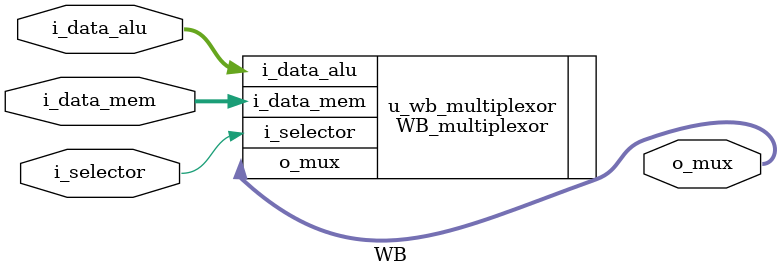
<source format=v>
`timescale 1ns / 1ps

module WB #(
    parameter               NB_INST         =   32,         // Longitud de registro con signo
    parameter               NB_SELECTOR     =   2           // Longitud del selecto
)
(
    // INPUTS   
    input   wire    [NB_INST-1:0]      i_data_alu,
    input   wire    [NB_INST-1:0]      i_data_mem,
    input   wire                       i_selector,
    output  wire    [NB_INST-1:0]      o_mux
);


WB_multiplexor u_wb_multiplexor(
	.i_data_alu(i_data_alu), 
	.i_data_mem(i_data_mem),
	.i_selector(i_selector),
	.o_mux(o_mux)
);


endmodule
</source>
